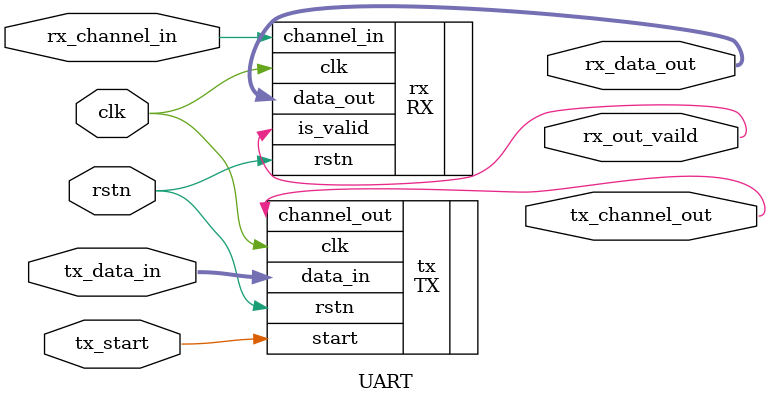
<source format=v>
module UART(clk,
            rstn,
            tx_start,
            tx_data_in,
            tx_channel_out,
            rx_channel_in,
            rx_data_out,
            rx_out_vaild);
    
    parameter BIT_LEN = 7;
    
    input clk, rstn, tx_start, rx_channel_in;
    input [BIT_LEN-1:0] tx_data_in;
    output tx_channel_out, rx_out_vaild;
    output [BIT_LEN-1:0] rx_data_out;
    
    TX #(.BIT_LEN(BIT_LEN)) tx (
    .clk(clk),
    .rstn(rstn),
    .start(tx_start),
    .data_in(tx_data_in),
    .channel_out(tx_channel_out)
    );
    
    RX #(.BIT_LEN(BIT_LEN)) rx (
    .clk(clk),
    .rstn(rstn),
    .channel_in(rx_channel_in),
    .data_out(rx_data_out),
    .is_valid(rx_out_vaild)
    );
    
    
endmodule

</source>
